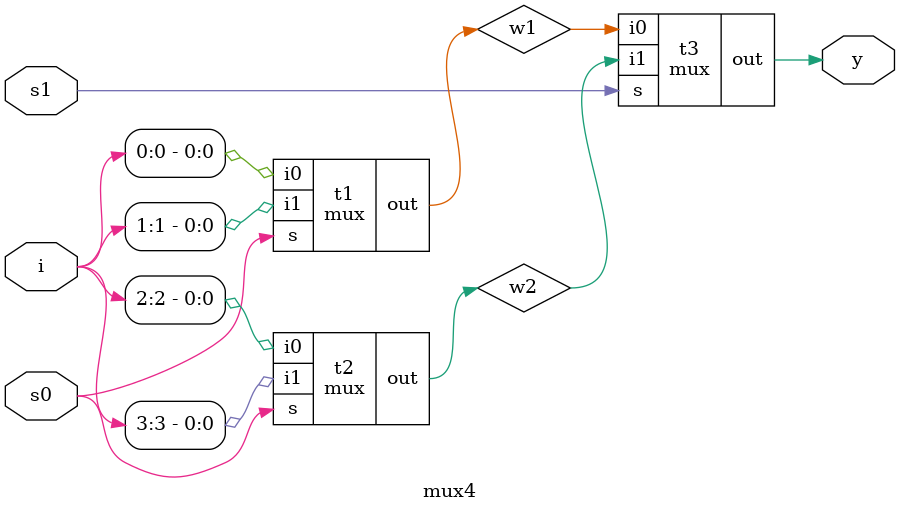
<source format=v>
module mux(
input i0,i1,
input s,
output reg out
);
always@(i0,i1,s)
begin
if(s==0)
    out=i0;
else
    out=i1;
end        
endmodule

module mux4(i,s0,s1,y);
input [3:0]i;
input s0,s1;
output y;
wire w1,w2;

mux t1(.i0(i[0]),.i1(i[1]),.s(s0),.out(w1));
mux t2(.i0(i[2]),.i1(i[3]),.s(s0),.out(w2));
mux t3(.i0(w1),.i1(w2),.s(s1),.out(y));
endmodule

</source>
